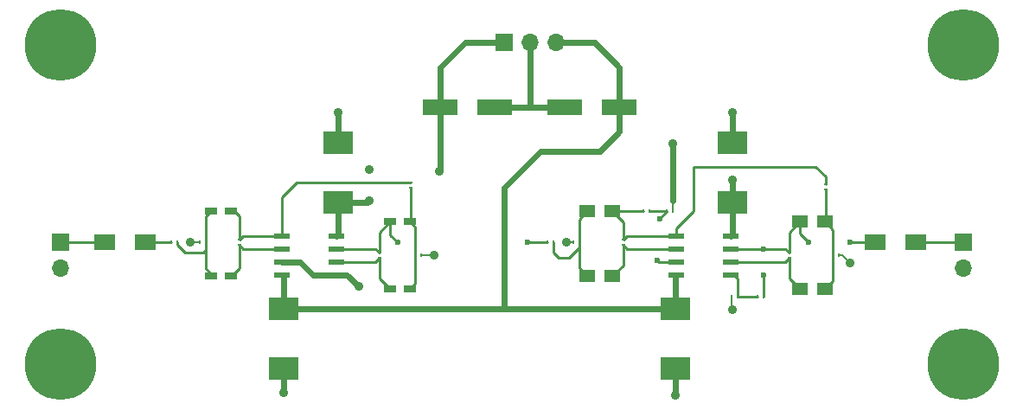
<source format=gtl>
G04 #@! TF.FileFunction,Copper,L1,Top,Signal*
%FSLAX46Y46*%
G04 Gerber Fmt 4.6, Leading zero omitted, Abs format (unit mm)*
G04 Created by KiCad (PCBNEW 4.0.6-e0-6349~53~ubuntu14.04.1) date Mon Jul  3 07:26:06 2017*
%MOMM*%
%LPD*%
G01*
G04 APERTURE LIST*
%ADD10C,0.100000*%
%ADD11C,7.000000*%
%ADD12R,1.200000X0.750000*%
%ADD13R,1.500000X1.250000*%
%ADD14R,3.000000X2.200000*%
%ADD15R,1.700000X1.700000*%
%ADD16O,1.700000X1.700000*%
%ADD17R,0.430000X0.280000*%
%ADD18R,0.280000X0.430000*%
%ADD19R,1.550000X0.600000*%
%ADD20R,3.500000X1.600000*%
%ADD21R,2.000000X1.600000*%
%ADD22C,0.900000*%
%ADD23C,0.600000*%
%ADD24C,0.600000*%
%ADD25C,0.800000*%
%ADD26C,0.200000*%
%ADD27C,0.250000*%
G04 APERTURE END LIST*
D10*
D11*
X196469000Y-115824000D03*
X196469000Y-84582000D03*
X108077000Y-115824000D03*
X108077000Y-84582000D03*
D12*
X122875000Y-100838000D03*
X124775000Y-100838000D03*
X142301000Y-101854000D03*
X140401000Y-101854000D03*
D13*
X159659000Y-100838000D03*
X162159000Y-100838000D03*
X182987000Y-101854000D03*
X180487000Y-101854000D03*
D14*
X135255000Y-99928000D03*
X135255000Y-94128000D03*
X173863000Y-99928000D03*
X173863000Y-94128000D03*
D12*
X122875000Y-107188000D03*
X124775000Y-107188000D03*
X142301000Y-108458000D03*
X140401000Y-108458000D03*
D13*
X159659000Y-107188000D03*
X162159000Y-107188000D03*
X182987000Y-108458000D03*
X180487000Y-108458000D03*
D14*
X129921000Y-110384000D03*
X129921000Y-116184000D03*
X168275000Y-110384000D03*
X168275000Y-116184000D03*
D15*
X151511000Y-84328000D03*
D16*
X154051000Y-84328000D03*
X156591000Y-84328000D03*
D15*
X108077000Y-103886000D03*
D16*
X108077000Y-106426000D03*
D15*
X196469000Y-103886000D03*
D16*
X196469000Y-106426000D03*
D17*
X125603000Y-103626000D03*
X125603000Y-104146000D03*
X139319000Y-104896000D03*
X139319000Y-105416000D03*
X163195000Y-103626000D03*
X163195000Y-104146000D03*
X179451000Y-104896000D03*
X179451000Y-105416000D03*
D18*
X118993000Y-103886000D03*
X119513000Y-103886000D03*
D17*
X142367000Y-98038000D03*
X142367000Y-98558000D03*
D18*
X155823000Y-103886000D03*
X156343000Y-103886000D03*
D17*
X183007000Y-98165000D03*
X183007000Y-98685000D03*
D18*
X122307000Y-103886000D03*
X121787000Y-103886000D03*
X142869000Y-105156000D03*
X143389000Y-105156000D03*
X158883000Y-103886000D03*
X158363000Y-103886000D03*
X183763000Y-105156000D03*
X184283000Y-105156000D03*
X165221000Y-100838000D03*
X165741000Y-100838000D03*
X176917000Y-109220000D03*
X176397000Y-109220000D03*
X167507000Y-100838000D03*
X168027000Y-100838000D03*
X174377000Y-109220000D03*
X173857000Y-109220000D03*
D19*
X129761000Y-103251000D03*
X129761000Y-104521000D03*
X129761000Y-105791000D03*
X129761000Y-107061000D03*
X135161000Y-107061000D03*
X135161000Y-105791000D03*
X135161000Y-104521000D03*
X135161000Y-103251000D03*
X168369000Y-103251000D03*
X168369000Y-104521000D03*
X168369000Y-105791000D03*
X168369000Y-107061000D03*
X173769000Y-107061000D03*
X173769000Y-105791000D03*
X173769000Y-104521000D03*
X173769000Y-103251000D03*
D20*
X145255000Y-90678000D03*
X150655000Y-90678000D03*
X157447000Y-90678000D03*
X162847000Y-90678000D03*
D21*
X112427000Y-103886000D03*
X116427000Y-103886000D03*
X187865000Y-103886000D03*
X191865000Y-103886000D03*
D22*
X145161000Y-96901000D03*
X173863000Y-97790000D03*
X138303000Y-96774000D03*
X138303000Y-99822000D03*
X185420000Y-105918000D03*
X173863000Y-110490000D03*
X168275000Y-118872000D03*
X173863000Y-91186000D03*
X168021000Y-94234000D03*
X157607000Y-103886000D03*
X144653000Y-105156000D03*
X120777000Y-103886000D03*
X137287000Y-108204000D03*
X135255000Y-91186000D03*
X129921000Y-118618000D03*
D23*
X153797000Y-103886000D03*
X141097000Y-103886000D03*
X185420000Y-103886000D03*
X181356000Y-103886000D03*
X176911000Y-104521000D03*
X176911000Y-107061000D03*
X166497000Y-105664000D03*
X166751000Y-101600000D03*
D24*
X145255000Y-90678000D02*
X145255000Y-96807000D01*
X145255000Y-96807000D02*
X145161000Y-96901000D01*
X145255000Y-90678000D02*
X145255000Y-86774000D01*
X147701000Y-84328000D02*
X145255000Y-86774000D01*
X147701000Y-84328000D02*
X151511000Y-84328000D01*
X173863000Y-97790000D02*
X173863000Y-99928000D01*
X135255000Y-99928000D02*
X138197000Y-99928000D01*
X138197000Y-99928000D02*
X138303000Y-99822000D01*
X144399000Y-90678000D02*
X145255000Y-90678000D01*
X173863000Y-99928000D02*
X173863000Y-103157000D01*
X173863000Y-103157000D02*
X173769000Y-103251000D01*
X135255000Y-99928000D02*
X135255000Y-103157000D01*
X135255000Y-103157000D02*
X135161000Y-103251000D01*
D25*
X135161000Y-100022000D02*
X135255000Y-99928000D01*
D24*
X154051000Y-84328000D02*
X154051000Y-90678000D01*
X150655000Y-90678000D02*
X154051000Y-90678000D01*
X154051000Y-90678000D02*
X157447000Y-90678000D01*
D26*
X184658000Y-105156000D02*
X185420000Y-105918000D01*
X184283000Y-105156000D02*
X184658000Y-105156000D01*
X173857000Y-109220000D02*
X173857000Y-110484000D01*
X173857000Y-110484000D02*
X173863000Y-110490000D01*
D24*
X168275000Y-116184000D02*
X168275000Y-118872000D01*
X173863000Y-94128000D02*
X173863000Y-91186000D01*
D26*
X168027000Y-100838000D02*
X168021000Y-99822000D01*
D24*
X168021000Y-99568000D02*
X168021000Y-94234000D01*
X168021000Y-99822000D02*
X168021000Y-99568000D01*
D26*
X158363000Y-103886000D02*
X157607000Y-103886000D01*
X143389000Y-105156000D02*
X144653000Y-105156000D01*
D24*
X129761000Y-105791000D02*
X131572000Y-105791000D01*
X132842000Y-107061000D02*
X135161000Y-107061000D01*
X131572000Y-105791000D02*
X132842000Y-107061000D01*
D26*
X121787000Y-103886000D02*
X120777000Y-103886000D01*
D24*
X136144000Y-107061000D02*
X137287000Y-108204000D01*
X136144000Y-107061000D02*
X135161000Y-107061000D01*
X135255000Y-94128000D02*
X135255000Y-91186000D01*
X129921000Y-116184000D02*
X129921000Y-118618000D01*
X162847000Y-90678000D02*
X162847000Y-93058000D01*
X162847000Y-93058000D02*
X160909000Y-94996000D01*
X160909000Y-94996000D02*
X155067000Y-94996000D01*
X155067000Y-94996000D02*
X151511000Y-98552000D01*
X151511000Y-98552000D02*
X151511000Y-110384000D01*
X162847000Y-90678000D02*
X162847000Y-86774000D01*
X160401000Y-84328000D02*
X162847000Y-86774000D01*
X160401000Y-84328000D02*
X156591000Y-84328000D01*
X129921000Y-110384000D02*
X150749000Y-110384000D01*
X150749000Y-110384000D02*
X151511000Y-110384000D01*
X151511000Y-110384000D02*
X168275000Y-110384000D01*
X168275000Y-110384000D02*
X168275000Y-107155000D01*
X168275000Y-107155000D02*
X168369000Y-107061000D01*
X129921000Y-110384000D02*
X129921000Y-107221000D01*
X129921000Y-107221000D02*
X129761000Y-107061000D01*
D25*
X129761000Y-110224000D02*
X129921000Y-110384000D01*
D27*
X119513000Y-103886000D02*
X119513000Y-104146000D01*
X122047000Y-104902000D02*
X122307000Y-104642000D01*
X120269000Y-104902000D02*
X122047000Y-104902000D01*
X119513000Y-104146000D02*
X120269000Y-104902000D01*
X122307000Y-103886000D02*
X122307000Y-101352000D01*
X122307000Y-101352000D02*
X122821000Y-100838000D01*
X122821000Y-100838000D02*
X122875000Y-100838000D01*
X122307000Y-104642000D02*
X122307000Y-104902000D01*
X122307000Y-104902000D02*
X122307000Y-106432000D01*
X122307000Y-106432000D02*
X122875000Y-107000000D01*
X122875000Y-107000000D02*
X122875000Y-107188000D01*
X122307000Y-104642000D02*
X122307000Y-103886000D01*
X129761000Y-103251000D02*
X125978000Y-103251000D01*
X125978000Y-103251000D02*
X125603000Y-103626000D01*
X129761000Y-103251000D02*
X129761000Y-99474000D01*
X131197000Y-98038000D02*
X142367000Y-98038000D01*
X129761000Y-99474000D02*
X131197000Y-98038000D01*
X125603000Y-103251000D02*
X125603000Y-103124000D01*
X125603000Y-103626000D02*
X125603000Y-103124000D01*
X125603000Y-103124000D02*
X125603000Y-101346000D01*
X125603000Y-101346000D02*
X125095000Y-100838000D01*
X125095000Y-100838000D02*
X124775000Y-100838000D01*
X142869000Y-105156000D02*
X142869000Y-107890000D01*
X142869000Y-107890000D02*
X142301000Y-108458000D01*
X142869000Y-105156000D02*
X142869000Y-102422000D01*
X142869000Y-102422000D02*
X142301000Y-101854000D01*
X142367000Y-98558000D02*
X142367000Y-101788000D01*
X142367000Y-101788000D02*
X142301000Y-101854000D01*
X140401000Y-101854000D02*
X140401000Y-103190000D01*
X153797000Y-103886000D02*
X155823000Y-103886000D01*
X140401000Y-103190000D02*
X141097000Y-103886000D01*
X135161000Y-104521000D02*
X138944000Y-104521000D01*
X138944000Y-104521000D02*
X139319000Y-104896000D01*
X139319000Y-104896000D02*
X139319000Y-104394000D01*
X139319000Y-104394000D02*
X139319000Y-102936000D01*
X139319000Y-102936000D02*
X140401000Y-101854000D01*
X156343000Y-103886000D02*
X156343000Y-104908000D01*
X157861000Y-105410000D02*
X158883000Y-104388000D01*
X156845000Y-105410000D02*
X157861000Y-105410000D01*
X156343000Y-104908000D02*
X156845000Y-105410000D01*
X158883000Y-103886000D02*
X158883000Y-101614000D01*
X158883000Y-101614000D02*
X159659000Y-100838000D01*
X158883000Y-103886000D02*
X158883000Y-104388000D01*
X158883000Y-104388000D02*
X158883000Y-104648000D01*
X158883000Y-104648000D02*
X158883000Y-106412000D01*
X158883000Y-106412000D02*
X159659000Y-107188000D01*
X168369000Y-103251000D02*
X168369000Y-102522000D01*
X183007000Y-97409000D02*
X183007000Y-98165000D01*
X181991000Y-96520000D02*
X183007000Y-97409000D01*
X181229000Y-96520000D02*
X181991000Y-96520000D01*
X180467000Y-96520000D02*
X181229000Y-96520000D01*
X170053000Y-96520000D02*
X180467000Y-96520000D01*
X170053000Y-100838000D02*
X170053000Y-96520000D01*
X168369000Y-102522000D02*
X170053000Y-100838000D01*
X162159000Y-100838000D02*
X165221000Y-100838000D01*
X163195000Y-103626000D02*
X163201000Y-103626000D01*
X163201000Y-103626000D02*
X163576000Y-103251000D01*
X163576000Y-103251000D02*
X168369000Y-103251000D01*
X163195000Y-103626000D02*
X163195000Y-101874000D01*
X163195000Y-101874000D02*
X162159000Y-100838000D01*
X183007000Y-98685000D02*
X183007000Y-101834000D01*
X183007000Y-101834000D02*
X182987000Y-101854000D01*
X183763000Y-105156000D02*
X183763000Y-102630000D01*
X183763000Y-102630000D02*
X182987000Y-101854000D01*
X183763000Y-105156000D02*
X183763000Y-107682000D01*
X183763000Y-107682000D02*
X182987000Y-108458000D01*
X185420000Y-103886000D02*
X187865000Y-103886000D01*
X180487000Y-103017000D02*
X181356000Y-103886000D01*
X180487000Y-101854000D02*
X180487000Y-103017000D01*
X176917000Y-109220000D02*
X176917000Y-107067000D01*
X176917000Y-107067000D02*
X176911000Y-107061000D01*
X179451000Y-104896000D02*
X179451000Y-102890000D01*
X179451000Y-102890000D02*
X180487000Y-101854000D01*
X173769000Y-104521000D02*
X176911000Y-104521000D01*
X176911000Y-104521000D02*
X179076000Y-104521000D01*
X179076000Y-104521000D02*
X179451000Y-104896000D01*
X108077000Y-103886000D02*
X112427000Y-103886000D01*
X118993000Y-103886000D02*
X118745000Y-103886000D01*
X118745000Y-103886000D02*
X116427000Y-103886000D01*
X129761000Y-104521000D02*
X125978000Y-104521000D01*
X125978000Y-104521000D02*
X125603000Y-104146000D01*
X125603000Y-104521000D02*
X125603000Y-104394000D01*
X124775000Y-107188000D02*
X124841000Y-107188000D01*
X124841000Y-107188000D02*
X125603000Y-106426000D01*
X125603000Y-106426000D02*
X125603000Y-104394000D01*
X125603000Y-104394000D02*
X125603000Y-104146000D01*
X135161000Y-105791000D02*
X138944000Y-105791000D01*
X138944000Y-105791000D02*
X139319000Y-105416000D01*
X139319000Y-105791000D02*
X139319000Y-105918000D01*
X139319000Y-105416000D02*
X139319000Y-105918000D01*
X139319000Y-105918000D02*
X139319000Y-107376000D01*
X139319000Y-107376000D02*
X140401000Y-108458000D01*
X163195000Y-104146000D02*
X163201000Y-104146000D01*
X163201000Y-104146000D02*
X163576000Y-104521000D01*
X163576000Y-104521000D02*
X168369000Y-104521000D01*
X163195000Y-104146000D02*
X163195000Y-106152000D01*
X163195000Y-106152000D02*
X162159000Y-107188000D01*
X179451000Y-105416000D02*
X179451000Y-107422000D01*
X179451000Y-107422000D02*
X180487000Y-108458000D01*
X173769000Y-105791000D02*
X179076000Y-105791000D01*
X179076000Y-105791000D02*
X179451000Y-105416000D01*
X191865000Y-103886000D02*
X196469000Y-103886000D01*
X167507000Y-100838000D02*
X167507000Y-100844000D01*
X167507000Y-100844000D02*
X166751000Y-101600000D01*
X166624000Y-105791000D02*
X168369000Y-105791000D01*
X166497000Y-105664000D02*
X166624000Y-105791000D01*
X165741000Y-100838000D02*
X167507000Y-100838000D01*
X174377000Y-109220000D02*
X176397000Y-109220000D01*
X173769000Y-107061000D02*
X173990000Y-107061000D01*
X173990000Y-107061000D02*
X174377000Y-107448000D01*
X174377000Y-107448000D02*
X174377000Y-109220000D01*
M02*

</source>
